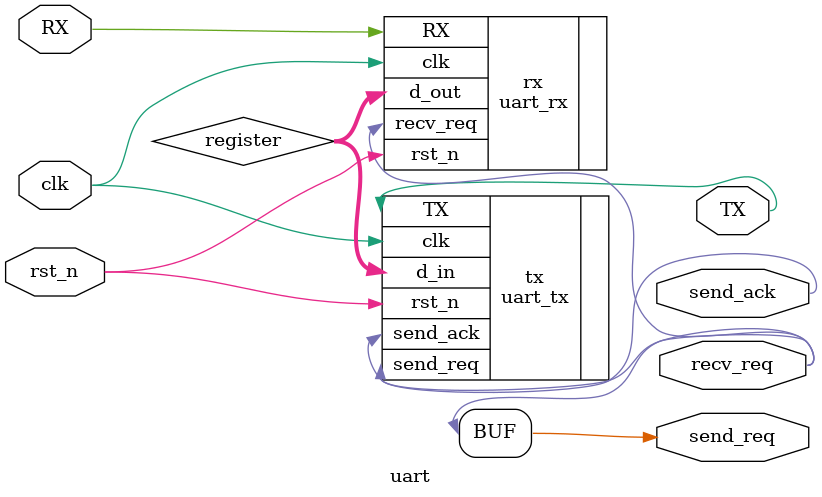
<source format=v>
module uart #(
    parameter n = 8,
    parameter f_MHz = 50,
    parameter baud_rate = 921600
) (
    input clk, rst_n, RX,
    output recv_req, send_req, TX, send_ack
);
    localparam T_baud = f_MHz*1000000/baud_rate;
    wire [n-1:0] register;
	 
    uart_rx #(n, f_MHz, baud_rate)
        rx(
            .clk(clk), .rst_n(rst_n), .recv_req(recv_req), 	
            .d_out(register), .RX(RX)
        );
		  
	 assign send_req = recv_req;
	 
    uart_tx #(n, f_MHz, baud_rate)
        tx(
            .clk(clk), .rst_n(rst_n), .send_req(recv_req),
            .send_ack(send_ack), .TX(TX), .d_in(register)
        );
endmodule 
</source>
